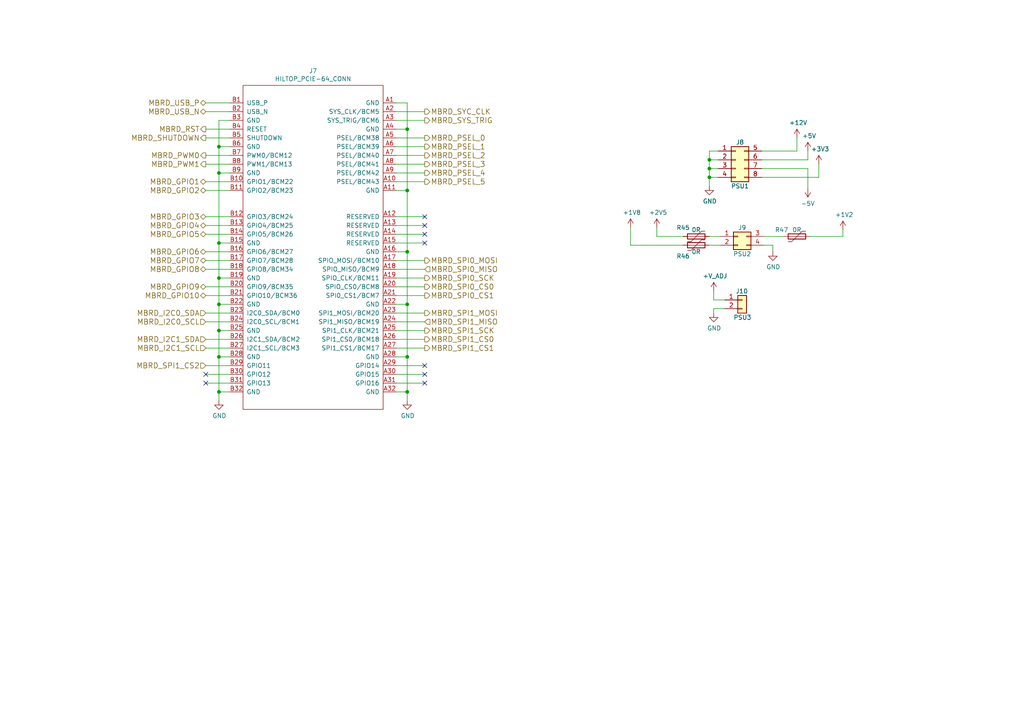
<source format=kicad_sch>
(kicad_sch (version 20211123) (generator eeschema)
  (paper "A4")
  (title_block (title "63HP HILTOP Backplane") (date "2021-02-04") (rev "C") (company "Devtank Ltd"))
  (lib_symbols
    (symbol "hiltop_backplane_brd-rescue:+V_ADJ-Devtank" (power) (pin_names (offset 0))
      (property "Value" "+V_ADJ-Devtank" (at 0 3.556 0))
      (symbol "+V_ADJ-Devtank_0_1"
        (polyline (pts (xy -0.762 1.27) (xy 0 2.54)))
        (polyline (pts (xy 0 0) (xy 0 2.54)))
        (polyline (pts (xy 0 2.54) (xy 0.762 1.27)))
      )
      (symbol "+V_ADJ-Devtank_1_1"
        (pin power_in line (at 0 0 90) (length 0) hide (name "+V_ADJ") (number "1"))
      )
    )
    (symbol "hiltop_backplane_brd-rescue:-5V-Devtank" (power) (pin_names (offset 0))
      (property "Value" "-5V-Devtank" (at 0 3.556 0))
      (symbol "-5V-Devtank_0_1"
        (polyline (pts (xy -0.762 1.27) (xy 0 2.54)))
        (polyline (pts (xy 0 0) (xy 0 2.54)))
        (polyline (pts (xy 0 2.54) (xy 0.762 1.27)))
      )
      (symbol "-5V-Devtank_1_1"
        (pin power_in line (at 0 0 90) (length 0) hide (name "-5V") (number "1"))
      )
    )
    (symbol "hiltop_backplane_brd-rescue:Conn_01x02-Connector1-hiltop_backplane_brd-rescue" (pin_names (offset 1.016) hide)
      (property "Reference" "J" (at 0 2.54 0))
      (property "Value" "Conn_01x02-Connector1-hiltop_backplane_brd-rescue" (at 0 -5.08 0))
      (symbol "Conn_01x02-Connector1-hiltop_backplane_brd-rescue_1_1"
        (rectangle (start -1.27 -2.413) (end 0 -2.667) (stroke (width 0.1524)))
        (rectangle (start -1.27 0.127) (end 0 -0.127) (stroke (width 0.1524)))
        (rectangle (start -1.27 1.27) (end 1.27 -3.81) (stroke (width 0.254)) (fill (type background)))
        (pin passive line (at -5.08 0 0) (length 3.81) (name "Pin_1") (number "1"))
        (pin passive line (at -5.08 -2.54 0) (length 3.81) (name "Pin_2") (number "2"))
      )
    )
    (symbol "hiltop_backplane_brd-rescue:Conn_02x02_Top_Bottom-Connector" (pin_names (offset 1.016) hide)
      (property "Reference" "J" (at 1.27 2.54 0))
      (property "Value" "Conn_02x02_Top_Bottom-Connector" (at 1.27 -5.08 0))
      (symbol "Conn_02x02_Top_Bottom-Connector_1_1"
        (rectangle (start -1.27 -2.413) (end 0 -2.667) (stroke (width 0.1524)))
        (rectangle (start -1.27 0.127) (end 0 -0.127) (stroke (width 0.1524)))
        (rectangle (start -1.27 1.27) (end 3.81 -3.81) (stroke (width 0.254)) (fill (type background)))
        (rectangle (start 3.81 -2.413) (end 2.54 -2.667) (stroke (width 0.1524)))
        (rectangle (start 3.81 0.127) (end 2.54 -0.127) (stroke (width 0.1524)))
        (pin passive line (at -5.08 0 0) (length 3.81) (name "Pin_1") (number "1"))
        (pin passive line (at -5.08 -2.54 0) (length 3.81) (name "Pin_2") (number "2"))
        (pin passive line (at 7.62 0 180) (length 3.81) (name "Pin_3") (number "3"))
        (pin passive line (at 7.62 -2.54 180) (length 3.81) (name "Pin_4") (number "4"))
      )
    )
    (symbol "hiltop_backplane_brd-rescue:Conn_02x04_Top_Bottom-Connector" (pin_names (offset 1.016) hide)
      (property "Reference" "J" (at 1.27 5.08 0))
      (property "Value" "Conn_02x04_Top_Bottom-Connector" (at 1.27 -7.62 0))
      (symbol "Conn_02x04_Top_Bottom-Connector_1_1"
        (rectangle (start -1.27 -4.953) (end 0 -5.207) (stroke (width 0.1524)))
        (rectangle (start -1.27 -2.413) (end 0 -2.667) (stroke (width 0.1524)))
        (rectangle (start -1.27 0.127) (end 0 -0.127) (stroke (width 0.1524)))
        (rectangle (start -1.27 2.667) (end 0 2.413) (stroke (width 0.1524)))
        (rectangle (start -1.27 3.81) (end 3.81 -6.35) (stroke (width 0.254)) (fill (type background)))
        (rectangle (start 3.81 -4.953) (end 2.54 -5.207) (stroke (width 0.1524)))
        (rectangle (start 3.81 -2.413) (end 2.54 -2.667) (stroke (width 0.1524)))
        (rectangle (start 3.81 0.127) (end 2.54 -0.127) (stroke (width 0.1524)))
        (rectangle (start 3.81 2.667) (end 2.54 2.413) (stroke (width 0.1524)))
        (pin passive line (at -5.08 2.54 0) (length 3.81) (name "Pin_1") (number "1"))
        (pin passive line (at -5.08 0 0) (length 3.81) (name "Pin_2") (number "2"))
        (pin passive line (at -5.08 -2.54 0) (length 3.81) (name "Pin_3") (number "3"))
        (pin passive line (at -5.08 -5.08 0) (length 3.81) (name "Pin_4") (number "4"))
        (pin passive line (at 7.62 2.54 180) (length 3.81) (name "Pin_5") (number "5"))
        (pin passive line (at 7.62 0 180) (length 3.81) (name "Pin_6") (number "6"))
        (pin passive line (at 7.62 -2.54 180) (length 3.81) (name "Pin_7") (number "7"))
        (pin passive line (at 7.62 -5.08 180) (length 3.81) (name "Pin_8") (number "8"))
      )
    )
    (symbol "hiltop_backplane_brd-rescue:HILTOP_PCIE-64_CONN-gti_Lattice-hiltop_backplane_brd-rescue" (pin_names (offset 1.016))
      (property "Reference" "J" (at -19.05 45.72 0))
      (property "Value" "HILTOP_PCIE-64_CONN-gti_Lattice-hiltop_backplane_brd-rescue" (at 7.62 45.72 0))
      (symbol "HILTOP_PCIE-64_CONN-gti_Lattice-hiltop_backplane_brd-rescue_1_0"
        (rectangle (start -20.32 -49.53) (end 20.32 44.45))
      )
      (symbol "HILTOP_PCIE-64_CONN-gti_Lattice-hiltop_backplane_brd-rescue_1_1"
        (pin input line (at 24.13 39.37 180) (length 3.81) (name "GND") (number "A1"))
        (pin bidirectional line (at 24.13 16.51 180) (length 3.81) (name "PSEL/BCM43") (number "A10"))
        (pin input line (at 24.13 13.97 180) (length 3.81) (name "GND") (number "A11"))
        (pin bidirectional line (at 24.13 6.35 180) (length 3.81) (name "RESERVED") (number "A12"))
        (pin bidirectional line (at 24.13 3.81 180) (length 3.81) (name "RESERVED") (number "A13"))
        (pin bidirectional line (at 24.13 1.27 180) (length 3.81) (name "RESERVED") (number "A14"))
        (pin bidirectional line (at 24.13 -1.27 180) (length 3.81) (name "RESERVED") (number "A15"))
        (pin input line (at 24.13 -3.81 180) (length 3.81) (name "GND") (number "A16"))
        (pin bidirectional line (at 24.13 -6.35 180) (length 3.81) (name "SPIO_MOSI/BCM10") (number "A17"))
        (pin bidirectional line (at 24.13 -8.89 180) (length 3.81) (name "SPIO_MISO/BCM9") (number "A18"))
        (pin bidirectional line (at 24.13 -11.43 180) (length 3.81) (name "SPIO_CLK/BCM11") (number "A19"))
        (pin bidirectional line (at 24.13 36.83 180) (length 3.81) (name "SYS_CLK/BCM5") (number "A2"))
        (pin bidirectional line (at 24.13 -13.97 180) (length 3.81) (name "SPIO_CS0/BCM8") (number "A20"))
        (pin bidirectional line (at 24.13 -16.51 180) (length 3.81) (name "SPI0_CS1/BCM7") (number "A21"))
        (pin input line (at 24.13 -19.05 180) (length 3.81) (name "GND") (number "A22"))
        (pin bidirectional line (at 24.13 -21.59 180) (length 3.81) (name "SPI1_MOSI/BCM20") (number "A23"))
        (pin bidirectional line (at 24.13 -24.13 180) (length 3.81) (name "SPI1_MISO/BCM19") (number "A24"))
        (pin bidirectional line (at 24.13 -26.67 180) (length 3.81) (name "SPI1_CLK/BCM21") (number "A25"))
        (pin bidirectional line (at 24.13 -29.21 180) (length 3.81) (name "SPI1_CS0/BCM18") (number "A26"))
        (pin bidirectional line (at 24.13 -31.75 180) (length 3.81) (name "SPI1_CS1/BCM17") (number "A27"))
        (pin input line (at 24.13 -34.29 180) (length 3.81) (name "GND") (number "A28"))
        (pin bidirectional line (at 24.13 -36.83 180) (length 3.81) (name "GPIO14") (number "A29"))
        (pin bidirectional line (at 24.13 34.29 180) (length 3.81) (name "SYS_TRIG/BCM6") (number "A3"))
        (pin bidirectional line (at 24.13 -39.37 180) (length 3.81) (name "GPIO15") (number "A30"))
        (pin bidirectional line (at 24.13 -41.91 180) (length 3.81) (name "GPIO16") (number "A31"))
        (pin input line (at 24.13 -44.45 180) (length 3.81) (name "GND") (number "A32"))
        (pin input line (at 24.13 31.75 180) (length 3.81) (name "GND") (number "A4"))
        (pin bidirectional line (at 24.13 29.21 180) (length 3.81) (name "PSEL/BCM38") (number "A5"))
        (pin bidirectional line (at 24.13 26.67 180) (length 3.81) (name "PSEL/BCM39") (number "A6"))
        (pin bidirectional line (at 24.13 24.13 180) (length 3.81) (name "PSEL/BCM40") (number "A7"))
        (pin bidirectional line (at 24.13 21.59 180) (length 3.81) (name "PSEL/BCM41") (number "A8"))
        (pin bidirectional line (at 24.13 19.05 180) (length 3.81) (name "PSEL/BCM42") (number "A9"))
        (pin bidirectional line (at -24.13 39.37 0) (length 3.81) (name "USB_P") (number "B1"))
        (pin bidirectional line (at -24.13 16.51 0) (length 3.81) (name "GPIO1/BCM22") (number "B10"))
        (pin bidirectional line (at -24.13 13.97 0) (length 3.81) (name "GPIO2/BCM23") (number "B11"))
        (pin bidirectional line (at -24.13 6.35 0) (length 3.81) (name "GPIO3/BCM24") (number "B12"))
        (pin bidirectional line (at -24.13 3.81 0) (length 3.81) (name "GPIO4/BCM25") (number "B13"))
        (pin bidirectional line (at -24.13 1.27 0) (length 3.81) (name "GPIO5/BCM26") (number "B14"))
        (pin input line (at -24.13 -1.27 0) (length 3.81) (name "GND") (number "B15"))
        (pin bidirectional line (at -24.13 -3.81 0) (length 3.81) (name "GPIO6/BCM27") (number "B16"))
        (pin bidirectional line (at -24.13 -6.35 0) (length 3.81) (name "GPIO7/BCM28") (number "B17"))
        (pin bidirectional line (at -24.13 -8.89 0) (length 3.81) (name "GPIO8/BCM34") (number "B18"))
        (pin input line (at -24.13 -11.43 0) (length 3.81) (name "GND") (number "B19"))
        (pin bidirectional line (at -24.13 36.83 0) (length 3.81) (name "USB_N") (number "B2"))
        (pin bidirectional line (at -24.13 -13.97 0) (length 3.81) (name "GPIO9/BCM35") (number "B20"))
        (pin bidirectional line (at -24.13 -16.51 0) (length 3.81) (name "GPIO10/BCM36") (number "B21"))
        (pin input line (at -24.13 -19.05 0) (length 3.81) (name "GND") (number "B22"))
        (pin bidirectional line (at -24.13 -21.59 0) (length 3.81) (name "I2C0_SDA/BCM0") (number "B23"))
        (pin bidirectional line (at -24.13 -24.13 0) (length 3.81) (name "I2C0_SCL/BCM1") (number "B24"))
        (pin input line (at -24.13 -26.67 0) (length 3.81) (name "GND") (number "B25"))
        (pin bidirectional line (at -24.13 -29.21 0) (length 3.81) (name "I2C1_SDA/BCM2") (number "B26"))
        (pin bidirectional line (at -24.13 -31.75 0) (length 3.81) (name "I2C1_SCL/BCM3") (number "B27"))
        (pin input line (at -24.13 -34.29 0) (length 3.81) (name "GND") (number "B28"))
        (pin bidirectional line (at -24.13 -36.83 0) (length 3.81) (name "GPIO11") (number "B29"))
        (pin input line (at -24.13 34.29 0) (length 3.81) (name "GND") (number "B3"))
        (pin bidirectional line (at -24.13 -39.37 0) (length 3.81) (name "GPIO12") (number "B30"))
        (pin bidirectional line (at -24.13 -41.91 0) (length 3.81) (name "GPIO13") (number "B31"))
        (pin input line (at -24.13 -44.45 0) (length 3.81) (name "GND") (number "B32"))
        (pin bidirectional line (at -24.13 31.75 0) (length 3.81) (name "RESET") (number "B4"))
        (pin bidirectional line (at -24.13 29.21 0) (length 3.81) (name "SHUTDOWN") (number "B5"))
        (pin input line (at -24.13 26.67 0) (length 3.81) (name "GND") (number "B6"))
        (pin bidirectional line (at -24.13 24.13 0) (length 3.81) (name "PWM0/BCM12") (number "B7"))
        (pin bidirectional line (at -24.13 21.59 0) (length 3.81) (name "PWM1/BCM13") (number "B8"))
        (pin input line (at -24.13 19.05 0) (length 3.81) (name "GND") (number "B9"))
      )
    )
    (symbol "hiltop_backplane_brd-rescue:Polyfuse-device-hiltop_backplane_brd-rescue" (pin_numbers hide) (pin_names (offset 0))
      (property "Reference" "F" (at -2.54 0 90))
      (property "Value" "Polyfuse-device-hiltop_backplane_brd-rescue" (at 2.54 0 90))
      (symbol "Polyfuse-device-hiltop_backplane_brd-rescue_0_1"
        (rectangle (start -0.762 2.54) (end 0.762 -2.54) (stroke (width 0.254)))
        (polyline (pts (xy 0 2.54) (xy 0 -2.54)))
        (polyline (pts (xy -1.524 2.54) (xy -1.524 1.524) (xy 1.524 -1.524) (xy 1.524 -2.54)))
      )
      (symbol "Polyfuse-device-hiltop_backplane_brd-rescue_1_1"
        (pin passive line (at 0 3.81 270) (length 1.27) (name "~") (number "1"))
        (pin passive line (at 0 -3.81 90) (length 1.27) (name "~") (number "2"))
      )
    )
    (symbol "power:+12V" (power) (pin_names (offset 0))
      (property "Value" "+12V" (at 0 3.556 0))
      (symbol "+12V_0_1"
        (polyline (pts (xy -0.762 1.27) (xy 0 2.54)))
        (polyline (pts (xy 0 0) (xy 0 2.54)))
        (polyline (pts (xy 0 2.54) (xy 0.762 1.27)))
      )
      (symbol "+12V_1_1"
        (pin power_in line (at 0 0 90) (length 0) hide (name "+12V") (number "1"))
      )
    )
    (symbol "power:+1V2" (power) (pin_names (offset 0))
      (property "Value" "+1V2" (at 0 3.556 0))
      (symbol "+1V2_0_1"
        (polyline (pts (xy -0.762 1.27) (xy 0 2.54)))
        (polyline (pts (xy 0 0) (xy 0 2.54)))
        (polyline (pts (xy 0 2.54) (xy 0.762 1.27)))
      )
      (symbol "+1V2_1_1"
        (pin power_in line (at 0 0 90) (length 0) hide (name "+1V2") (number "1"))
      )
    )
    (symbol "power:+1V8" (power) (pin_names (offset 0))
      (property "Value" "+1V8" (at 0 3.556 0))
      (symbol "+1V8_0_1"
        (polyline (pts (xy -0.762 1.27) (xy 0 2.54)))
        (polyline (pts (xy 0 0) (xy 0 2.54)))
        (polyline (pts (xy 0 2.54) (xy 0.762 1.27)))
      )
      (symbol "+1V8_1_1"
        (pin power_in line (at 0 0 90) (length 0) hide (name "+1V8") (number "1"))
      )
    )
    (symbol "power:+2V5" (power) (pin_names (offset 0))
      (property "Value" "+2V5" (at 0 3.556 0))
      (symbol "+2V5_0_1"
        (polyline (pts (xy -0.762 1.27) (xy 0 2.54)))
        (polyline (pts (xy 0 0) (xy 0 2.54)))
        (polyline (pts (xy 0 2.54) (xy 0.762 1.27)))
      )
      (symbol "+2V5_1_1"
        (pin power_in line (at 0 0 90) (length 0) hide (name "+2V5") (number "1"))
      )
    )
    (symbol "power:+3V3" (power) (pin_names (offset 0))
      (property "Value" "+3V3" (at 0 3.556 0))
      (symbol "+3V3_0_1"
        (polyline (pts (xy -0.762 1.27) (xy 0 2.54)))
        (polyline (pts (xy 0 0) (xy 0 2.54)))
        (polyline (pts (xy 0 2.54) (xy 0.762 1.27)))
      )
      (symbol "+3V3_1_1"
        (pin power_in line (at 0 0 90) (length 0) hide (name "+3V3") (number "1"))
      )
    )
    (symbol "power:+5V" (power) (pin_names (offset 0))
      (property "Value" "+5V" (at 0 3.556 0))
      (symbol "+5V_0_1"
        (polyline (pts (xy -0.762 1.27) (xy 0 2.54)))
        (polyline (pts (xy 0 0) (xy 0 2.54)))
        (polyline (pts (xy 0 2.54) (xy 0.762 1.27)))
      )
      (symbol "+5V_1_1"
        (pin power_in line (at 0 0 90) (length 0) hide (name "+5V") (number "1"))
      )
    )
    (symbol "power:GND" (power) (pin_names (offset 0))
      (property "Value" "GND" (at 0 -3.81 0))
      (symbol "GND_0_1"
        (polyline (pts (xy 0 0) (xy 0 -1.27) (xy 1.27 -1.27) (xy 0 -2.54) (xy -1.27 -1.27) (xy 0 -1.27)))
      )
      (symbol "GND_1_1"
        (pin power_in line (at 0 0 270) (length 0) hide (name "GND") (number "1"))
      )
    )
  )
  (junction (at 118.11 37.465))
  (junction (at 118.11 88.265))
  (junction (at 63.5 50.165))
  (junction (at 118.11 55.245))
  (junction (at 205.74 46.355))
  (junction (at 63.5 103.505))
  (junction (at 63.5 88.265))
  (junction (at 63.5 80.645))
  (junction (at 118.11 103.505))
  (junction (at 205.74 51.435))
  (junction (at 205.74 48.895))
  (junction (at 118.11 113.665))
  (junction (at 63.5 113.665))
  (junction (at 63.5 95.885))
  (junction (at 63.5 70.485))
  (junction (at 63.5 42.545))
  (junction (at 118.11 73.025))
  (no_connect (at 123.19 106.045))
  (no_connect (at 123.19 111.125))
  (no_connect (at 123.19 67.945))
  (no_connect (at 123.19 62.865))
  (no_connect (at 123.19 108.585))
  (no_connect (at 123.19 65.405))
  (no_connect (at 123.19 70.485))
  (no_connect (at 59.69 108.585))
  (no_connect (at 59.69 111.125))
  (wire (pts (xy 118.11 88.265) (xy 118.11 103.505)))
  (wire (pts (xy 114.935 90.805) (xy 123.19 90.805)))
  (wire (pts (xy 66.675 93.345) (xy 59.69 93.345)))
  (wire (pts (xy 66.675 50.165) (xy 63.5 50.165)))
  (wire (pts (xy 118.11 55.245) (xy 118.11 73.025)))
  (wire (pts (xy 114.935 62.865) (xy 123.19 62.865)))
  (wire (pts (xy 118.11 113.665) (xy 118.11 116.205)))
  (wire (pts (xy 63.5 113.665) (xy 63.5 116.205)))
  (wire (pts (xy 114.935 100.965) (xy 123.19 100.965)))
  (wire (pts (xy 234.315 46.355) (xy 234.315 43.815)))
  (wire (pts (xy 63.5 34.925) (xy 63.5 42.545)))
  (wire (pts (xy 66.675 52.705) (xy 59.69 52.705)))
  (wire (pts (xy 114.935 111.125) (xy 123.19 111.125)))
  (wire (pts (xy 63.5 95.885) (xy 63.5 103.505)))
  (wire (pts (xy 66.675 32.385) (xy 59.69 32.385)))
  (wire (pts (xy 114.935 113.665) (xy 118.11 113.665)))
  (wire (pts (xy 114.935 78.105) (xy 123.19 78.105)))
  (wire (pts (xy 66.675 40.005) (xy 59.69 40.005)))
  (wire (pts (xy 231.14 43.815) (xy 231.14 40.005)))
  (wire (pts (xy 66.675 106.045) (xy 59.69 106.045)))
  (wire (pts (xy 208.28 48.895) (xy 205.74 48.895)))
  (wire (pts (xy 66.675 95.885) (xy 63.5 95.885)))
  (wire (pts (xy 208.28 43.815) (xy 205.74 43.815)))
  (wire (pts (xy 220.98 51.435) (xy 237.49 51.435)))
  (wire (pts (xy 210.185 89.535) (xy 207.01 89.535)))
  (wire (pts (xy 66.675 29.845) (xy 59.69 29.845)))
  (wire (pts (xy 114.935 70.485) (xy 123.19 70.485)))
  (wire (pts (xy 114.935 108.585) (xy 123.19 108.585)))
  (wire (pts (xy 205.74 51.435) (xy 205.74 53.975)))
  (wire (pts (xy 182.88 71.12) (xy 198.12 71.12)))
  (wire (pts (xy 234.95 68.58) (xy 244.475 68.58)))
  (wire (pts (xy 63.5 80.645) (xy 63.5 88.265)))
  (wire (pts (xy 66.675 55.245) (xy 59.69 55.245)))
  (wire (pts (xy 114.935 52.705) (xy 123.19 52.705)))
  (wire (pts (xy 66.675 34.925) (xy 63.5 34.925)))
  (wire (pts (xy 114.935 106.045) (xy 123.19 106.045)))
  (wire (pts (xy 114.935 55.245) (xy 118.11 55.245)))
  (wire (pts (xy 63.5 88.265) (xy 63.5 95.885)))
  (wire (pts (xy 114.935 47.625) (xy 123.19 47.625)))
  (wire (pts (xy 205.74 68.58) (xy 208.915 68.58)))
  (wire (pts (xy 205.74 43.815) (xy 205.74 46.355)))
  (wire (pts (xy 114.935 42.545) (xy 123.19 42.545)))
  (wire (pts (xy 114.935 65.405) (xy 123.19 65.405)))
  (wire (pts (xy 66.675 80.645) (xy 63.5 80.645)))
  (wire (pts (xy 114.935 95.885) (xy 123.19 95.885)))
  (wire (pts (xy 66.675 70.485) (xy 63.5 70.485)))
  (wire (pts (xy 220.98 48.895) (xy 234.315 48.895)))
  (wire (pts (xy 66.675 73.025) (xy 59.69 73.025)))
  (wire (pts (xy 66.675 85.725) (xy 59.69 85.725)))
  (wire (pts (xy 208.28 46.355) (xy 205.74 46.355)))
  (wire (pts (xy 205.74 48.895) (xy 205.74 51.435)))
  (wire (pts (xy 114.935 37.465) (xy 118.11 37.465)))
  (wire (pts (xy 118.11 29.845) (xy 118.11 37.465)))
  (wire (pts (xy 244.475 66.675) (xy 244.475 68.58)))
  (wire (pts (xy 66.675 113.665) (xy 63.5 113.665)))
  (wire (pts (xy 63.5 103.505) (xy 63.5 113.665)))
  (wire (pts (xy 66.675 67.945) (xy 59.69 67.945)))
  (wire (pts (xy 114.935 80.645) (xy 123.19 80.645)))
  (wire (pts (xy 221.615 71.12) (xy 224.155 71.12)))
  (wire (pts (xy 63.5 50.165) (xy 63.5 70.485)))
  (wire (pts (xy 182.88 66.04) (xy 182.88 71.12)))
  (wire (pts (xy 118.11 103.505) (xy 118.11 113.665)))
  (wire (pts (xy 234.315 48.895) (xy 234.315 54.61)))
  (wire (pts (xy 221.615 68.58) (xy 227.33 68.58)))
  (wire (pts (xy 114.935 88.265) (xy 118.11 88.265)))
  (wire (pts (xy 207.01 86.995) (xy 207.01 84.455)))
  (wire (pts (xy 66.675 100.965) (xy 59.69 100.965)))
  (wire (pts (xy 66.675 88.265) (xy 63.5 88.265)))
  (wire (pts (xy 208.28 51.435) (xy 205.74 51.435)))
  (wire (pts (xy 66.675 98.425) (xy 59.69 98.425)))
  (wire (pts (xy 63.5 103.505) (xy 66.675 103.505)))
  (wire (pts (xy 114.935 93.345) (xy 123.19 93.345)))
  (wire (pts (xy 237.49 47.625) (xy 237.49 51.435)))
  (wire (pts (xy 205.74 46.355) (xy 205.74 48.895)))
  (wire (pts (xy 190.5 68.58) (xy 198.12 68.58)))
  (wire (pts (xy 190.5 66.04) (xy 190.5 68.58)))
  (wire (pts (xy 114.935 75.565) (xy 123.19 75.565)))
  (wire (pts (xy 118.11 37.465) (xy 118.11 55.245)))
  (wire (pts (xy 220.98 43.815) (xy 231.14 43.815)))
  (wire (pts (xy 66.675 62.865) (xy 59.69 62.865)))
  (wire (pts (xy 66.675 47.625) (xy 59.69 47.625)))
  (wire (pts (xy 66.675 108.585) (xy 59.69 108.585)))
  (wire (pts (xy 66.675 111.125) (xy 59.69 111.125)))
  (wire (pts (xy 114.935 40.005) (xy 123.19 40.005)))
  (wire (pts (xy 114.935 98.425) (xy 123.19 98.425)))
  (wire (pts (xy 66.675 45.085) (xy 59.69 45.085)))
  (wire (pts (xy 114.935 29.845) (xy 118.11 29.845)))
  (wire (pts (xy 66.675 83.185) (xy 59.69 83.185)))
  (wire (pts (xy 118.11 73.025) (xy 118.11 88.265)))
  (wire (pts (xy 66.675 75.565) (xy 59.69 75.565)))
  (wire (pts (xy 66.675 78.105) (xy 59.69 78.105)))
  (wire (pts (xy 207.01 86.995) (xy 210.185 86.995)))
  (wire (pts (xy 63.5 70.485) (xy 63.5 80.645)))
  (wire (pts (xy 114.935 85.725) (xy 123.19 85.725)))
  (wire (pts (xy 114.935 34.925) (xy 123.19 34.925)))
  (wire (pts (xy 66.675 90.805) (xy 59.69 90.805)))
  (wire (pts (xy 205.74 71.12) (xy 208.915 71.12)))
  (wire (pts (xy 114.935 32.385) (xy 123.19 32.385)))
  (wire (pts (xy 220.98 46.355) (xy 234.315 46.355)))
  (wire (pts (xy 207.01 89.535) (xy 207.01 90.805)))
  (wire (pts (xy 114.935 73.025) (xy 118.11 73.025)))
  (wire (pts (xy 224.155 71.12) (xy 224.155 73.025)))
  (wire (pts (xy 114.935 45.085) (xy 123.19 45.085)))
  (wire (pts (xy 63.5 42.545) (xy 63.5 50.165)))
  (wire (pts (xy 114.935 103.505) (xy 118.11 103.505)))
  (wire (pts (xy 114.935 67.945) (xy 123.19 67.945)))
  (wire (pts (xy 66.675 42.545) (xy 63.5 42.545)))
  (wire (pts (xy 114.935 50.165) (xy 123.19 50.165)))
  (wire (pts (xy 114.935 83.185) (xy 123.19 83.185)))
  (wire (pts (xy 66.675 37.465) (xy 59.69 37.465)))
  (wire (pts (xy 59.69 65.405) (xy 66.675 65.405)))
  (hierarchical_label "MBRD_SPI0_SCK" (shape output) (at 123.19 80.645 0) (effects (font (size 1.524 1.524))))
  (hierarchical_label "MBRD_SPI0_MOSI" (shape output) (at 123.19 75.565 0) (effects (font (size 1.524 1.524))))
  (hierarchical_label "MBRD_PSEL_1" (shape output) (at 123.19 42.545 0) (effects (font (size 1.524 1.524))))
  (hierarchical_label "MBRD_GPIO1" (shape bidirectional) (at 59.69 52.705 180) (effects (font (size 1.524 1.524))))
  (hierarchical_label "MBRD_SPI1_MISO" (shape input) (at 123.19 93.345 0) (effects (font (size 1.524 1.524))))
  (hierarchical_label "MBRD_SPI1_CS1" (shape output) (at 123.19 100.965 0) (effects (font (size 1.524 1.524))))
  (hierarchical_label "MBRD_PSEL_4" (shape output) (at 123.19 50.165 0) (effects (font (size 1.524 1.524))))
  (hierarchical_label "MBRD_GPIO4" (shape bidirectional) (at 59.69 65.405 180) (effects (font (size 1.524 1.524))))
  (hierarchical_label "MBRD_I2C0_SDA" (shape input) (at 59.69 90.805 180) (effects (font (size 1.524 1.524))))
  (hierarchical_label "MBRD_SPI1_CS0" (shape output) (at 123.19 98.425 0) (effects (font (size 1.524 1.524))))
  (hierarchical_label "MBRD_SPI1_CS2" (shape input) (at 59.69 106.045 180) (effects (font (size 1.524 1.524))))
  (hierarchical_label "MBRD_SPI0_MISO" (shape input) (at 123.19 78.105 0) (effects (font (size 1.524 1.524))))
  (hierarchical_label "MBRD_GPIO9" (shape bidirectional) (at 59.69 83.185 180) (effects (font (size 1.524 1.524))))
  (hierarchical_label "MBRD_PWM1" (shape output) (at 59.69 47.625 180) (effects (font (size 1.524 1.524))))
  (hierarchical_label "MBRD_USB_N" (shape bidirectional) (at 59.69 32.385 180) (effects (font (size 1.524 1.524))))
  (hierarchical_label "MBRD_SYC_CLK" (shape output) (at 123.19 32.385 0) (effects (font (size 1.524 1.524))))
  (hierarchical_label "MBRD_SPI1_SCK" (shape output) (at 123.19 95.885 0) (effects (font (size 1.524 1.524))))
  (hierarchical_label "MBRD_PSEL_0" (shape output) (at 123.19 40.005 0) (effects (font (size 1.524 1.524))))
  (hierarchical_label "MBRD_GPIO3" (shape bidirectional) (at 59.69 62.865 180) (effects (font (size 1.524 1.524))))
  (hierarchical_label "MBRD_PSEL_2" (shape output) (at 123.19 45.085 0) (effects (font (size 1.524 1.524))))
  (hierarchical_label "MBRD_SHUTDOWN" (shape output) (at 59.69 40.005 180) (effects (font (size 1.524 1.524))))
  (hierarchical_label "MBRD_GPIO2" (shape bidirectional) (at 59.69 55.245 180) (effects (font (size 1.524 1.524))))
  (hierarchical_label "MBRD_PSEL_5" (shape output) (at 123.19 52.705 0) (effects (font (size 1.524 1.524))))
  (hierarchical_label "MBRD_SPI0_CS1" (shape output) (at 123.19 85.725 0) (effects (font (size 1.524 1.524))))
  (hierarchical_label "MBRD_I2C0_SCL" (shape input) (at 59.69 93.345 180) (effects (font (size 1.524 1.524))))
  (hierarchical_label "MBRD_SYS_TRIG" (shape output) (at 123.19 34.925 0) (effects (font (size 1.524 1.524))))
  (hierarchical_label "MBRD_GPIO5" (shape bidirectional) (at 59.69 67.945 180) (effects (font (size 1.524 1.524))))
  (hierarchical_label "MBRD_GPIO6" (shape bidirectional) (at 59.69 73.025 180) (effects (font (size 1.524 1.524))))
  (hierarchical_label "MBRD_SPI0_CS0" (shape output) (at 123.19 83.185 0) (effects (font (size 1.524 1.524))))
  (hierarchical_label "MBRD_SPI1_MOSI" (shape output) (at 123.19 90.805 0) (effects (font (size 1.524 1.524))))
  (hierarchical_label "MBRD_GPIO10" (shape bidirectional) (at 59.69 85.725 180) (effects (font (size 1.524 1.524))))
  (hierarchical_label "MBRD_RST" (shape output) (at 59.69 37.465 180) (effects (font (size 1.524 1.524))))
  (hierarchical_label "MBRD_GPIO8" (shape bidirectional) (at 59.69 78.105 180) (effects (font (size 1.524 1.524))))
  (hierarchical_label "MBRD_I2C1_SDA" (shape input) (at 59.69 98.425 180) (effects (font (size 1.524 1.524))))
  (hierarchical_label "MBRD_I2C1_SCL" (shape input) (at 59.69 100.965 180) (effects (font (size 1.524 1.524))))
  (hierarchical_label "MBRD_PWM0" (shape output) (at 59.69 45.085 180) (effects (font (size 1.524 1.524))))
  (hierarchical_label "MBRD_GPIO7" (shape bidirectional) (at 59.69 75.565 180) (effects (font (size 1.524 1.524))))
  (hierarchical_label "MBRD_USB_P" (shape bidirectional) (at 59.69 29.845 180) (effects (font (size 1.524 1.524))))
  (hierarchical_label "MBRD_PSEL_3" (shape output) (at 123.19 47.625 0) (effects (font (size 1.524 1.524))))
  (symbol (lib_id "power:GND") (at 63.5 116.205 0) (unit 1)
    (property "Reference" "#PWR030" (effects hide))
    (property "Value" "GND" (at 63.627 120.5992 0))
  )
  (symbol (lib_id "power:GND") (at 118.11 116.205 0) (unit 1)
    (property "Reference" "#PWR031" (effects hide))
    (property "Value" "GND" (at 118.237 120.5992 0))
  )
  (symbol (lib_id "hiltop_backplane_brd-rescue:HILTOP_PCIE-64_CONN-gti_Lattice-hiltop_backplane_brd-rescue") (at 90.805 69.215 0) (unit 1)
    (property "Reference" "J7" (at 90.805 20.574 0))
    (property "Value" "HILTOP_PCIE-64_CONN" (at 90.805 22.8854 0))
    (property "Footprint" "Devtank_PCB_Lib:CONN PCI EXP FEMALE 64POS 0.039" (effects hide))
  )
  (symbol (lib_id "hiltop_backplane_brd-rescue:Conn_02x04_Top_Bottom-Connector") (at 213.36 46.355 0) (unit 1)
    (property "Reference" "J8" (at 214.63 41.275 0))
    (property "Value" "PSU1" (at 214.63 53.975 0))
    (property "Footprint" "Connector_Molex:Molex_Mini-Fit_Jr_5566-08A_2x04_P4.20mm_Vertical" (effects hide))
    (property "Devtank" "709-005" (effects hide))
  )
  (symbol (lib_id "hiltop_backplane_brd-rescue:Conn_02x02_Top_Bottom-Connector") (at 213.995 68.58 0) (unit 1)
    (property "Reference" "J9" (at 215.265 66.04 0))
    (property "Value" "PSU2" (at 215.265 73.66 0))
    (property "Footprint" "Connector_Molex:Molex_Mini-Fit_Jr_5566-04A_2x02_P4.20mm_Vertical" (effects hide))
    (property "Devtank" "709-006" (effects hide))
  )
  (symbol (lib_id "hiltop_backplane_brd-rescue:Conn_01x02-Connector1-hiltop_backplane_brd-rescue") (at 215.265 86.995 0) (unit 1)
    (property "Reference" "J10" (at 213.36 84.455 0) (effects (justify left)))
    (property "Value" "PSU3" (at 212.725 92.075 0) (effects (justify left)))
    (property "Footprint" "Connector_Molex:Molex_Mini-Fit_Jr_5566-02A2_2x01_P4.20mm_Vertical" (effects hide))
    (property "Devtank" "709-002" (effects hide))
  )
  (symbol (lib_id "power:GND") (at 205.74 53.975 0) (unit 1)
    (property "Reference" "#PWR032" (effects hide))
    (property "Value" "GND" (at 205.867 58.3692 0))
  )
  (symbol (lib_id "power:GND") (at 224.155 73.025 0) (unit 1)
    (property "Reference" "#PWR034" (effects hide))
    (property "Value" "GND" (at 224.282 77.4192 0))
  )
  (symbol (lib_id "power:GND") (at 207.01 90.805 0) (unit 1)
    (property "Reference" "#PWR033" (effects hide))
    (property "Value" "GND" (at 207.137 95.1992 0))
  )
  (symbol (lib_id "hiltop_backplane_brd-rescue:Polyfuse-device-hiltop_backplane_brd-rescue") (at 231.14 68.58 270) (unit 1)
    (property "Reference" "R47" (at 226.695 66.675 90))
    (property "Value" "0R" (at 231.14 66.675 90))
    (property "Footprint" "Resistor_SMD:R_1206_3216Metric" (effects hide))
    (property "Devtank" "101-007" (effects hide))
  )
  (symbol (lib_id "hiltop_backplane_brd-rescue:Polyfuse-device-hiltop_backplane_brd-rescue") (at 201.93 68.58 270) (unit 1)
    (property "Reference" "R45" (at 198.12 66.04 90))
    (property "Value" "0R" (at 201.93 66.675 90))
    (property "Footprint" "Resistor_SMD:R_1206_3216Metric" (effects hide))
    (property "Devtank" "101-005" (effects hide))
  )
  (symbol (lib_id "hiltop_backplane_brd-rescue:Polyfuse-device-hiltop_backplane_brd-rescue") (at 201.93 71.12 270) (unit 1)
    (property "Reference" "R46" (at 198.12 74.295 90))
    (property "Value" "0R" (at 201.93 73.025 90))
    (property "Footprint" "Resistor_SMD:R_1206_3216Metric" (effects hide))
    (property "Devtank" "101-007" (effects hide))
  )
  (symbol (lib_id "power:+2V5") (at 190.5 66.04 0) (unit 1)
    (property "Reference" "#PWR0130" (effects hide))
    (property "Value" "+2V5" (at 190.881 61.6458 0))
  )
  (symbol (lib_id "power:+3V3") (at 237.49 47.625 0) (unit 1)
    (property "Reference" "#PWR0131" (effects hide))
    (property "Value" "+3V3" (at 237.871 43.2308 0))
  )
  (symbol (lib_id "power:+1V2") (at 244.475 66.675 0) (unit 1)
    (property "Reference" "#PWR0132" (effects hide))
    (property "Value" "+1V2" (at 244.856 62.2808 0))
  )
  (symbol (lib_id "power:+1V8") (at 182.88 66.04 0) (unit 1)
    (property "Reference" "#PWR0133" (effects hide))
    (property "Value" "+1V8" (at 183.261 61.6458 0))
  )
  (symbol (lib_id "power:+5V") (at 234.315 43.815 0) (unit 1)
    (property "Reference" "#PWR0134" (effects hide))
    (property "Value" "+5V" (at 234.696 39.4208 0))
  )
  (symbol (lib_id "power:+12V") (at 231.14 40.005 0) (unit 1)
    (property "Reference" "#PWR0136" (effects hide))
    (property "Value" "+12V" (at 231.521 35.6108 0))
  )
  (symbol (lib_id "hiltop_backplane_brd-rescue:+V_ADJ-Devtank") (at 207.01 84.455 0) (unit 1)
    (property "Reference" "#PWR0137" (effects hide))
    (property "Value" "+V_ADJ" (at 207.391 80.0608 0))
  )
  (symbol (lib_id "hiltop_backplane_brd-rescue:-5V-Devtank") (at 234.315 54.61 180) (unit 1)
    (property "Reference" "#PWR0135" (effects hide))
    (property "Value" "-5V-Devtank" (at 234.315 59.0534 0))
  )
)
</source>
